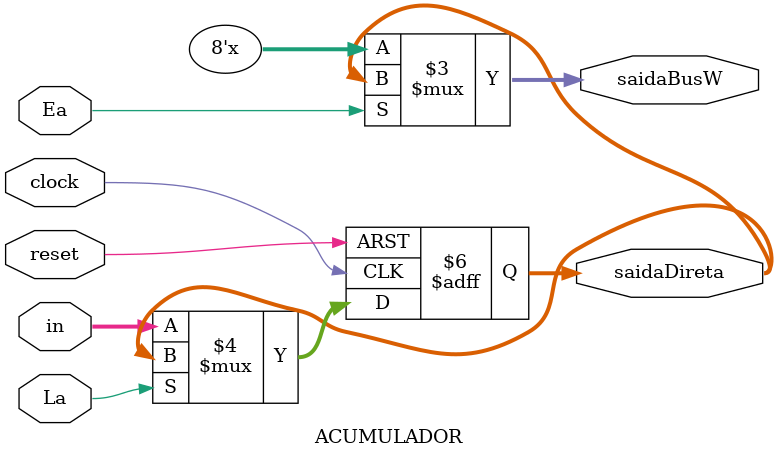
<source format=sv>

module ACUMULADOR(input clock, reset, La, Ea, input reg [7:0] in, output logic [7:0] saidaBusW, output logic [7:0] saidaDireta);

always_ff @(posedge clock or posedge reset) begin 
  if (reset) begin
   saidaDireta <=0;
  end 
  else begin 
   if(~La) 
    saidaDireta <= in;  
  end
end

assign saidaBusW = (Ea)? saidaDireta: 8'hzz;

endmodule 
</source>
